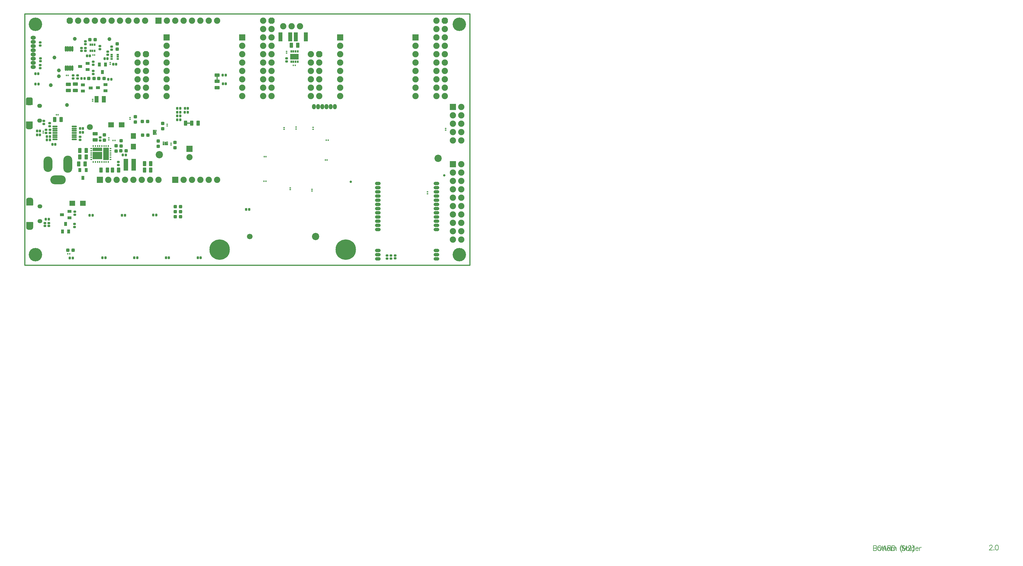
<source format=gbs>
G04 Layer_Color=16711935*
%FSLAX25Y25*%
%MOIN*%
G70*
G01*
G75*
%ADD10C,0.00700*%
%ADD46C,0.00591*%
%ADD48C,0.01200*%
%ADD50C,0.06693*%
G04:AMPARAMS|DCode=137|XSize=62.99mil|YSize=43.31mil|CornerRadius=12.79mil|HoleSize=0mil|Usage=FLASHONLY|Rotation=270.000|XOffset=0mil|YOffset=0mil|HoleType=Round|Shape=RoundedRectangle|*
%AMROUNDEDRECTD137*
21,1,0.06299,0.01772,0,0,270.0*
21,1,0.03740,0.04331,0,0,270.0*
1,1,0.02559,-0.00886,-0.01870*
1,1,0.02559,-0.00886,0.01870*
1,1,0.02559,0.00886,0.01870*
1,1,0.02559,0.00886,-0.01870*
%
%ADD137ROUNDEDRECTD137*%
G04:AMPARAMS|DCode=138|XSize=62.99mil|YSize=43.31mil|CornerRadius=12.79mil|HoleSize=0mil|Usage=FLASHONLY|Rotation=180.000|XOffset=0mil|YOffset=0mil|HoleType=Round|Shape=RoundedRectangle|*
%AMROUNDEDRECTD138*
21,1,0.06299,0.01772,0,0,180.0*
21,1,0.03740,0.04331,0,0,180.0*
1,1,0.02559,-0.01870,0.00886*
1,1,0.02559,0.01870,0.00886*
1,1,0.02559,0.01870,-0.00886*
1,1,0.02559,-0.01870,-0.00886*
%
%ADD138ROUNDEDRECTD138*%
G04:AMPARAMS|DCode=144|XSize=29.53mil|YSize=31.5mil|CornerRadius=9.35mil|HoleSize=0mil|Usage=FLASHONLY|Rotation=180.000|XOffset=0mil|YOffset=0mil|HoleType=Round|Shape=RoundedRectangle|*
%AMROUNDEDRECTD144*
21,1,0.02953,0.01279,0,0,180.0*
21,1,0.01083,0.03150,0,0,180.0*
1,1,0.01870,-0.00541,0.00640*
1,1,0.01870,0.00541,0.00640*
1,1,0.01870,0.00541,-0.00640*
1,1,0.01870,-0.00541,-0.00640*
%
%ADD144ROUNDEDRECTD144*%
G04:AMPARAMS|DCode=145|XSize=29.53mil|YSize=31.5mil|CornerRadius=9.35mil|HoleSize=0mil|Usage=FLASHONLY|Rotation=90.000|XOffset=0mil|YOffset=0mil|HoleType=Round|Shape=RoundedRectangle|*
%AMROUNDEDRECTD145*
21,1,0.02953,0.01279,0,0,90.0*
21,1,0.01083,0.03150,0,0,90.0*
1,1,0.01870,0.00640,0.00541*
1,1,0.01870,0.00640,-0.00541*
1,1,0.01870,-0.00640,-0.00541*
1,1,0.01870,-0.00640,0.00541*
%
%ADD145ROUNDEDRECTD145*%
G04:AMPARAMS|DCode=146|XSize=15.83mil|YSize=16.81mil|CornerRadius=5.21mil|HoleSize=0mil|Usage=FLASHONLY|Rotation=180.000|XOffset=0mil|YOffset=0mil|HoleType=Round|Shape=RoundedRectangle|*
%AMROUNDEDRECTD146*
21,1,0.01583,0.00640,0,0,180.0*
21,1,0.00541,0.01681,0,0,180.0*
1,1,0.01041,-0.00271,0.00320*
1,1,0.01041,0.00271,0.00320*
1,1,0.01041,0.00271,-0.00320*
1,1,0.01041,-0.00271,-0.00320*
%
%ADD146ROUNDEDRECTD146*%
G04:AMPARAMS|DCode=147|XSize=15.83mil|YSize=16.81mil|CornerRadius=5.21mil|HoleSize=0mil|Usage=FLASHONLY|Rotation=90.000|XOffset=0mil|YOffset=0mil|HoleType=Round|Shape=RoundedRectangle|*
%AMROUNDEDRECTD147*
21,1,0.01583,0.00640,0,0,90.0*
21,1,0.00541,0.01681,0,0,90.0*
1,1,0.01041,0.00320,0.00271*
1,1,0.01041,0.00320,-0.00271*
1,1,0.01041,-0.00320,-0.00271*
1,1,0.01041,-0.00320,0.00271*
%
%ADD147ROUNDEDRECTD147*%
G04:AMPARAMS|DCode=150|XSize=43.31mil|YSize=39.37mil|CornerRadius=11.81mil|HoleSize=0mil|Usage=FLASHONLY|Rotation=0.000|XOffset=0mil|YOffset=0mil|HoleType=Round|Shape=RoundedRectangle|*
%AMROUNDEDRECTD150*
21,1,0.04331,0.01575,0,0,0.0*
21,1,0.01968,0.03937,0,0,0.0*
1,1,0.02362,0.00984,-0.00787*
1,1,0.02362,-0.00984,-0.00787*
1,1,0.02362,-0.00984,0.00787*
1,1,0.02362,0.00984,0.00787*
%
%ADD150ROUNDEDRECTD150*%
%ADD153R,0.04724X0.11024*%
%ADD158C,0.16000*%
%ADD159C,0.07480*%
G04:AMPARAMS|DCode=160|XSize=74.8mil|YSize=74.8mil|CornerRadius=0mil|HoleSize=0mil|Usage=FLASHONLY|Rotation=0.000|XOffset=0mil|YOffset=0mil|HoleType=Round|Shape=Octagon|*
%AMOCTAGOND160*
4,1,8,0.03740,-0.01870,0.03740,0.01870,0.01870,0.03740,-0.01870,0.03740,-0.03740,0.01870,-0.03740,-0.01870,-0.01870,-0.03740,0.01870,-0.03740,0.03740,-0.01870,0.0*
%
%ADD160OCTAGOND160*%

%ADD161R,0.07480X0.07480*%
%ADD162C,0.08661*%
%ADD163O,0.06787X0.04189*%
%ADD164C,0.04587*%
%ADD165O,0.06299X0.04724*%
G04:AMPARAMS|DCode=166|XSize=74.8mil|YSize=74.8mil|CornerRadius=0mil|HoleSize=0mil|Usage=FLASHONLY|Rotation=270.000|XOffset=0mil|YOffset=0mil|HoleType=Round|Shape=Octagon|*
%AMOCTAGOND166*
4,1,8,-0.01870,-0.03740,0.01870,-0.03740,0.03740,-0.01870,0.03740,0.01870,0.01870,0.03740,-0.01870,0.03740,-0.03740,0.01870,-0.03740,-0.01870,-0.01870,-0.03740,0.0*
%
%ADD166OCTAGOND166*%

%ADD167C,0.24410*%
%ADD168R,0.07480X0.07480*%
%ADD169O,0.18504X0.10630*%
%ADD170O,0.10630X0.18504*%
%ADD171O,0.10630X0.20472*%
%ADD172C,0.07087*%
G04:AMPARAMS|DCode=173|XSize=90.55mil|YSize=82.68mil|CornerRadius=23.39mil|HoleSize=0mil|Usage=FLASHONLY|Rotation=90.000|XOffset=0mil|YOffset=0mil|HoleType=Round|Shape=RoundedRectangle|*
%AMROUNDEDRECTD173*
21,1,0.09055,0.03591,0,0,90.0*
21,1,0.04378,0.08268,0,0,90.0*
1,1,0.04677,0.01795,0.02189*
1,1,0.04677,0.01795,-0.02189*
1,1,0.04677,-0.01795,-0.02189*
1,1,0.04677,-0.01795,0.02189*
%
%ADD173ROUNDEDRECTD173*%
G04:AMPARAMS|DCode=174|XSize=49.21mil|YSize=57.09mil|CornerRadius=24.61mil|HoleSize=0mil|Usage=FLASHONLY|Rotation=270.000|XOffset=0mil|YOffset=0mil|HoleType=Round|Shape=RoundedRectangle|*
%AMROUNDEDRECTD174*
21,1,0.04921,0.00787,0,0,270.0*
21,1,0.00000,0.05709,0,0,270.0*
1,1,0.04921,-0.00394,0.00000*
1,1,0.04921,-0.00394,0.00000*
1,1,0.04921,0.00394,0.00000*
1,1,0.04921,0.00394,0.00000*
%
%ADD174ROUNDEDRECTD174*%
%ADD175C,0.07387*%
%ADD176R,0.07387X0.07387*%
%ADD177O,0.04724X0.06299*%
%ADD178C,0.02787*%
%ADD179R,0.01700X0.03900*%
%ADD180R,0.05100X0.01400*%
G04:AMPARAMS|DCode=181|XSize=43.31mil|YSize=39.37mil|CornerRadius=11.81mil|HoleSize=0mil|Usage=FLASHONLY|Rotation=270.000|XOffset=0mil|YOffset=0mil|HoleType=Round|Shape=RoundedRectangle|*
%AMROUNDEDRECTD181*
21,1,0.04331,0.01575,0,0,270.0*
21,1,0.01968,0.03937,0,0,270.0*
1,1,0.02362,-0.00787,-0.00984*
1,1,0.02362,-0.00787,0.00984*
1,1,0.02362,0.00787,0.00984*
1,1,0.02362,0.00787,-0.00984*
%
%ADD181ROUNDEDRECTD181*%
%ADD182R,0.04921X0.03347*%
%ADD183O,0.06102X0.02165*%
%ADD184R,0.03347X0.04921*%
%ADD185R,0.02165X0.01496*%
%ADD186R,0.01968X0.04488*%
%ADD187R,0.02165X0.03150*%
%ADD188R,0.10236X0.06890*%
%ADD189R,0.04528X0.02559*%
%ADD190R,0.11646X0.04047*%
%ADD191R,0.06803X0.15071*%
%ADD192R,0.01685X0.02079*%
%ADD193R,0.02079X0.01685*%
%ADD194R,0.11646X0.09165*%
%ADD195R,0.05512X0.14173*%
%ADD196R,0.01496X0.02165*%
%ADD197R,0.04488X0.01968*%
%ADD198O,0.02559X0.06496*%
%ADD199R,0.02874X0.02165*%
%ADD200R,0.02165X0.02874*%
%ADD201R,0.05905X0.06693*%
%ADD202R,0.06693X0.05905*%
G36*
X7482Y80397D02*
X7496Y80397D01*
X7713Y80382D01*
X7733Y80379D01*
X7753Y80377D01*
X7931Y80345D01*
X7942Y80342D01*
X7954Y80340D01*
X8150Y80293D01*
X8153Y80292D01*
X8156Y80292D01*
X8178Y80285D01*
X8200Y80278D01*
X8202Y80277D01*
X8205Y80276D01*
X8362Y80213D01*
X8362Y80213D01*
X8490Y80162D01*
X8494Y80161D01*
X8498Y80159D01*
X8517Y80150D01*
X8537Y80140D01*
X8540Y80138D01*
X8544Y80136D01*
X8713Y80038D01*
X8727Y80028D01*
X8742Y80020D01*
X8888Y79917D01*
X8898Y79909D01*
X8910Y79900D01*
X9060Y79778D01*
X9062Y79776D01*
X9065Y79774D01*
X9081Y79758D01*
X9097Y79743D01*
X9099Y79740D01*
X9102Y79738D01*
X9263Y79561D01*
X9275Y79546D01*
X9287Y79532D01*
X9405Y79374D01*
X9414Y79361D01*
X9424Y79348D01*
X9538Y79167D01*
X9538Y79166D01*
X9539Y79165D01*
X9551Y79143D01*
X9562Y79122D01*
X9563Y79121D01*
X9563Y79119D01*
X9658Y78911D01*
X9658Y78910D01*
X9658Y78909D01*
X9667Y78886D01*
X9676Y78863D01*
X9676Y78862D01*
X9676Y78861D01*
X9779Y78518D01*
X9782Y78506D01*
X9785Y78494D01*
X9787Y78481D01*
X9790Y78468D01*
X9792Y78456D01*
X9793Y78443D01*
X9829Y78073D01*
X9830Y78054D01*
X9831Y78035D01*
Y71736D01*
X9827Y71685D01*
X9817Y71634D01*
X9801Y71585D01*
X9778Y71539D01*
X9749Y71496D01*
X9715Y71457D01*
X9676Y71423D01*
X9634Y71394D01*
X9587Y71372D01*
X9538Y71355D01*
X9488Y71345D01*
X9436Y71342D01*
X1956D01*
X1904Y71345D01*
X1854Y71355D01*
X1805Y71372D01*
X1759Y71394D01*
X1716Y71423D01*
X1677Y71457D01*
X1643Y71496D01*
X1614Y71539D01*
X1591Y71585D01*
X1575Y71634D01*
X1565Y71685D01*
X1561Y71736D01*
Y78035D01*
X1562Y78052D01*
X1563Y78068D01*
X1578Y78257D01*
X1580Y78267D01*
X1581Y78276D01*
X1608Y78485D01*
X1609Y78487D01*
X1609Y78490D01*
X1614Y78513D01*
X1618Y78535D01*
X1619Y78538D01*
X1620Y78540D01*
X1679Y78749D01*
X1684Y78764D01*
X1688Y78779D01*
X1751Y78949D01*
X1759Y78965D01*
X1765Y78981D01*
X1844Y79146D01*
X1856Y79167D01*
X1867Y79188D01*
X1977Y79361D01*
X1987Y79375D01*
X1997Y79389D01*
X2111Y79539D01*
X2119Y79548D01*
X2127Y79558D01*
X2261Y79712D01*
X2267Y79718D01*
X2273Y79725D01*
X2285Y79737D01*
X2297Y79749D01*
X2304Y79754D01*
X2311Y79760D01*
X2452Y79874D01*
X2457Y79878D01*
X2462Y79882D01*
X2608Y79992D01*
X2627Y80005D01*
X2646Y80018D01*
X2808Y80112D01*
X2823Y80120D01*
X2837Y80128D01*
X3003Y80207D01*
X3018Y80212D01*
X3032Y80219D01*
X3197Y80282D01*
X3198Y80282D01*
X3198Y80282D01*
X3221Y80289D01*
X3247Y80297D01*
X3247Y80297D01*
X3247Y80297D01*
X3448Y80345D01*
X3463Y80347D01*
X3478Y80351D01*
X3655Y80378D01*
X3671Y80379D01*
X3686Y80382D01*
X3895Y80397D01*
X3910Y80397D01*
X3924Y80398D01*
X7468D01*
X7482Y80397D01*
D02*
G37*
G36*
X9488Y51655D02*
X9538Y51645D01*
X9587Y51628D01*
X9634Y51605D01*
X9676Y51577D01*
X9715Y51543D01*
X9749Y51504D01*
X9778Y51461D01*
X9801Y51415D01*
X9817Y51366D01*
X9827Y51315D01*
X9831Y51264D01*
Y44965D01*
X9830Y44948D01*
X9829Y44932D01*
X9814Y44743D01*
X9812Y44733D01*
X9812Y44724D01*
X9784Y44515D01*
X9783Y44513D01*
X9783Y44510D01*
X9779Y44487D01*
X9774Y44465D01*
X9773Y44462D01*
X9772Y44460D01*
X9713Y44251D01*
X9708Y44236D01*
X9704Y44221D01*
X9641Y44051D01*
X9634Y44036D01*
X9627Y44019D01*
X9548Y43854D01*
X9537Y43833D01*
X9525Y43812D01*
X9415Y43639D01*
X9405Y43625D01*
X9396Y43611D01*
X9281Y43461D01*
X9273Y43452D01*
X9265Y43442D01*
X9131Y43288D01*
X9125Y43282D01*
X9119Y43275D01*
X9107Y43264D01*
X9095Y43251D01*
X9088Y43246D01*
X9081Y43240D01*
X8940Y43126D01*
X8935Y43122D01*
X8930Y43119D01*
X8784Y43008D01*
X8765Y42995D01*
X8746Y42982D01*
X8584Y42888D01*
X8569Y42880D01*
X8555Y42872D01*
X8389Y42793D01*
X8375Y42788D01*
X8360Y42781D01*
X8195Y42718D01*
X8194Y42718D01*
X8194Y42718D01*
X8171Y42711D01*
X8145Y42703D01*
X8145Y42703D01*
X8145Y42703D01*
X7944Y42655D01*
X7929Y42653D01*
X7914Y42649D01*
X7737Y42622D01*
X7722Y42621D01*
X7706Y42618D01*
X7497Y42603D01*
X7482Y42603D01*
X7468Y42601D01*
X3924D01*
X3910Y42603D01*
X3896Y42603D01*
X3679Y42618D01*
X3659Y42621D01*
X3639Y42623D01*
X3462Y42655D01*
X3450Y42658D01*
X3439Y42660D01*
X3242Y42707D01*
X3239Y42708D01*
X3236Y42708D01*
X3215Y42715D01*
X3193Y42722D01*
X3190Y42723D01*
X3187Y42724D01*
X3030Y42787D01*
X3030Y42787D01*
X2902Y42838D01*
X2898Y42839D01*
X2894Y42841D01*
X2875Y42850D01*
X2855Y42860D01*
X2852Y42862D01*
X2848Y42864D01*
X2679Y42962D01*
X2665Y42972D01*
X2650Y42980D01*
X2505Y43083D01*
X2494Y43091D01*
X2482Y43100D01*
X2332Y43222D01*
X2330Y43224D01*
X2327Y43226D01*
X2311Y43242D01*
X2295Y43257D01*
X2293Y43260D01*
X2290Y43262D01*
X2129Y43439D01*
X2117Y43454D01*
X2105Y43468D01*
X1987Y43626D01*
X1978Y43639D01*
X1969Y43652D01*
X1854Y43833D01*
X1854Y43834D01*
X1853Y43835D01*
X1841Y43857D01*
X1830Y43878D01*
X1829Y43879D01*
X1829Y43881D01*
X1734Y44089D01*
X1734Y44090D01*
X1734Y44091D01*
X1725Y44115D01*
X1716Y44137D01*
X1716Y44138D01*
X1716Y44139D01*
X1613Y44482D01*
X1610Y44494D01*
X1607Y44506D01*
X1605Y44519D01*
X1602Y44532D01*
X1601Y44544D01*
X1599Y44557D01*
X1563Y44927D01*
X1563Y44946D01*
X1561Y44965D01*
Y51264D01*
X1565Y51315D01*
X1575Y51366D01*
X1591Y51415D01*
X1614Y51461D01*
X1643Y51504D01*
X1677Y51543D01*
X1716Y51577D01*
X1759Y51605D01*
X1805Y51628D01*
X1854Y51645D01*
X1904Y51655D01*
X1956Y51658D01*
X9436D01*
X9488Y51655D01*
D02*
G37*
G36*
X7062Y200357D02*
X7077Y200357D01*
X7293Y200341D01*
X7313Y200338D01*
X7334Y200336D01*
X7511Y200304D01*
X7522Y200301D01*
X7534Y200299D01*
X7731Y200252D01*
X7733Y200251D01*
X7736Y200251D01*
X7758Y200244D01*
X7780Y200237D01*
X7782Y200236D01*
X7785Y200235D01*
X7943Y200172D01*
X7943Y200172D01*
X8071Y200121D01*
X8074Y200120D01*
X8078Y200118D01*
X8098Y200109D01*
X8117Y200099D01*
X8121Y200097D01*
X8124Y200095D01*
X8294Y199997D01*
X8308Y199987D01*
X8322Y199979D01*
X8468Y199876D01*
X8479Y199867D01*
X8490Y199859D01*
X8640Y199737D01*
X8642Y199735D01*
X8645Y199733D01*
X8661Y199717D01*
X8678Y199702D01*
X8680Y199699D01*
X8682Y199697D01*
X8844Y199520D01*
X8855Y199505D01*
X8868Y199491D01*
X8986Y199334D01*
X8994Y199320D01*
X9004Y199307D01*
X9118Y199126D01*
X9119Y199125D01*
X9119Y199124D01*
X9131Y199102D01*
X9143Y199081D01*
X9143Y199080D01*
X9144Y199079D01*
X9238Y198870D01*
X9238Y198869D01*
X9239Y198868D01*
X9248Y198845D01*
X9256Y198821D01*
X9257Y198821D01*
X9257Y198820D01*
X9359Y198477D01*
X9362Y198465D01*
X9366Y198453D01*
X9368Y198440D01*
X9371Y198427D01*
X9372Y198415D01*
X9374Y198402D01*
X9409Y198032D01*
X9410Y198013D01*
X9411Y197994D01*
Y191695D01*
X9408Y191644D01*
X9398Y191593D01*
X9381Y191544D01*
X9358Y191498D01*
X9330Y191455D01*
X9296Y191416D01*
X9257Y191382D01*
X9214Y191354D01*
X9167Y191331D01*
X9119Y191314D01*
X9068Y191304D01*
X9016Y191301D01*
X1536D01*
X1485Y191304D01*
X1434Y191314D01*
X1385Y191331D01*
X1339Y191354D01*
X1296Y191382D01*
X1257Y191416D01*
X1223Y191455D01*
X1194Y191498D01*
X1172Y191544D01*
X1155Y191593D01*
X1145Y191644D01*
X1142Y191695D01*
Y197994D01*
X1143Y198011D01*
X1143Y198027D01*
X1159Y198216D01*
X1160Y198226D01*
X1161Y198235D01*
X1188Y198444D01*
X1189Y198446D01*
X1189Y198449D01*
X1194Y198472D01*
X1199Y198494D01*
X1199Y198497D01*
X1200Y198500D01*
X1259Y198708D01*
X1264Y198723D01*
X1269Y198738D01*
X1332Y198908D01*
X1339Y198924D01*
X1345Y198940D01*
X1424Y199105D01*
X1436Y199126D01*
X1447Y199147D01*
X1558Y199320D01*
X1568Y199334D01*
X1577Y199348D01*
X1691Y199498D01*
X1699Y199507D01*
X1707Y199518D01*
X1841Y199671D01*
X1847Y199677D01*
X1853Y199684D01*
X1866Y199696D01*
X1878Y199708D01*
X1885Y199713D01*
X1891Y199719D01*
X2033Y199833D01*
X2038Y199837D01*
X2042Y199841D01*
X2188Y199951D01*
X2207Y199964D01*
X2227Y199977D01*
X2388Y200071D01*
X2403Y200079D01*
X2418Y200087D01*
X2583Y200166D01*
X2598Y200172D01*
X2612Y200178D01*
X2778Y200241D01*
X2778Y200241D01*
X2778Y200241D01*
X2801Y200249D01*
X2827Y200256D01*
X2827Y200256D01*
X2828Y200256D01*
X3029Y200304D01*
X3043Y200306D01*
X3058Y200309D01*
X3235Y200337D01*
X3251Y200339D01*
X3266Y200341D01*
X3475Y200356D01*
X3490Y200357D01*
X3505Y200358D01*
X7048D01*
X7062Y200357D01*
D02*
G37*
G36*
X9068Y171614D02*
X9119Y171604D01*
X9167Y171587D01*
X9214Y171564D01*
X9257Y171536D01*
X9296Y171502D01*
X9330Y171463D01*
X9358Y171420D01*
X9381Y171374D01*
X9398Y171325D01*
X9408Y171274D01*
X9411Y171223D01*
Y164924D01*
X9410Y164907D01*
X9410Y164891D01*
X9394Y164702D01*
X9392Y164692D01*
X9392Y164683D01*
X9364Y164474D01*
X9364Y164472D01*
X9364Y164469D01*
X9359Y164446D01*
X9354Y164424D01*
X9353Y164421D01*
X9353Y164419D01*
X9294Y164210D01*
X9289Y164195D01*
X9284Y164180D01*
X9221Y164010D01*
X9214Y163995D01*
X9207Y163978D01*
X9129Y163813D01*
X9117Y163792D01*
X9105Y163771D01*
X8995Y163598D01*
X8985Y163584D01*
X8976Y163570D01*
X8862Y163420D01*
X8853Y163411D01*
X8845Y163401D01*
X8712Y163247D01*
X8705Y163241D01*
X8700Y163234D01*
X8687Y163223D01*
X8675Y163210D01*
X8668Y163205D01*
X8662Y163199D01*
X8520Y163085D01*
X8515Y163082D01*
X8511Y163077D01*
X8365Y162967D01*
X8345Y162954D01*
X8326Y162941D01*
X8165Y162847D01*
X8150Y162839D01*
X8135Y162831D01*
X7970Y162752D01*
X7955Y162747D01*
X7941Y162740D01*
X7775Y162677D01*
X7775Y162677D01*
X7774Y162677D01*
X7751Y162670D01*
X7726Y162662D01*
X7725Y162662D01*
X7725Y162662D01*
X7524Y162614D01*
X7509Y162612D01*
X7495Y162609D01*
X7317Y162581D01*
X7302Y162580D01*
X7286Y162577D01*
X7078Y162562D01*
X7063Y162562D01*
X7048Y162561D01*
X3505D01*
X3490Y162562D01*
X3476Y162562D01*
X3260Y162577D01*
X3240Y162580D01*
X3219Y162582D01*
X3042Y162614D01*
X3031Y162617D01*
X3019Y162619D01*
X2822Y162666D01*
X2819Y162667D01*
X2817Y162667D01*
X2795Y162674D01*
X2773Y162681D01*
X2770Y162682D01*
X2768Y162683D01*
X2610Y162746D01*
X2610Y162746D01*
X2482Y162797D01*
X2479Y162798D01*
X2475Y162800D01*
X2455Y162810D01*
X2435Y162819D01*
X2432Y162821D01*
X2428Y162823D01*
X2259Y162921D01*
X2245Y162931D01*
X2231Y162939D01*
X2085Y163042D01*
X2074Y163051D01*
X2062Y163059D01*
X1913Y163181D01*
X1910Y163183D01*
X1908Y163185D01*
X1892Y163201D01*
X1875Y163216D01*
X1873Y163219D01*
X1871Y163221D01*
X1709Y163398D01*
X1697Y163413D01*
X1685Y163427D01*
X1567Y163584D01*
X1558Y163598D01*
X1549Y163611D01*
X1435Y163792D01*
X1434Y163793D01*
X1433Y163794D01*
X1422Y163816D01*
X1410Y163837D01*
X1410Y163838D01*
X1409Y163840D01*
X1315Y164048D01*
X1314Y164049D01*
X1314Y164050D01*
X1305Y164074D01*
X1296Y164097D01*
X1296Y164097D01*
X1296Y164098D01*
X1194Y164441D01*
X1191Y164453D01*
X1187Y164465D01*
X1185Y164478D01*
X1182Y164491D01*
X1181Y164504D01*
X1179Y164516D01*
X1144Y164886D01*
X1143Y164905D01*
X1142Y164924D01*
Y171223D01*
X1145Y171274D01*
X1155Y171325D01*
X1172Y171374D01*
X1194Y171420D01*
X1223Y171463D01*
X1257Y171502D01*
X1296Y171536D01*
X1339Y171564D01*
X1385Y171587D01*
X1434Y171604D01*
X1485Y171614D01*
X1536Y171617D01*
X9016D01*
X9068Y171614D01*
D02*
G37*
D10*
X1152281Y-335451D02*
Y-335170D01*
X1152562Y-334607D01*
X1152843Y-334326D01*
X1153405Y-334045D01*
X1154530D01*
X1155092Y-334326D01*
X1155374Y-334607D01*
X1155655Y-335170D01*
Y-335732D01*
X1155374Y-336294D01*
X1154811Y-337138D01*
X1152000Y-339949D01*
X1155936D01*
X1157538Y-339387D02*
X1157257Y-339668D01*
X1157538Y-339949D01*
X1157820Y-339668D01*
X1157538Y-339387D01*
X1160800Y-334045D02*
X1159956Y-334326D01*
X1159394Y-335170D01*
X1159113Y-336575D01*
Y-337419D01*
X1159394Y-338825D01*
X1159956Y-339668D01*
X1160800Y-339949D01*
X1161362D01*
X1162206Y-339668D01*
X1162768Y-338825D01*
X1163049Y-337419D01*
Y-336575D01*
X1162768Y-335170D01*
X1162206Y-334326D01*
X1161362Y-334045D01*
X1160800D01*
X1152281Y-335451D02*
Y-335170D01*
X1152562Y-334607D01*
X1152843Y-334326D01*
X1153405Y-334045D01*
X1154530D01*
X1155092Y-334326D01*
X1155374Y-334607D01*
X1155655Y-335170D01*
Y-335732D01*
X1155374Y-336294D01*
X1154811Y-337138D01*
X1152000Y-339949D01*
X1155936D01*
X1157538Y-339387D02*
X1157257Y-339668D01*
X1157538Y-339949D01*
X1157820Y-339668D01*
X1157538Y-339387D01*
X1160800Y-334045D02*
X1159956Y-334326D01*
X1159394Y-335170D01*
X1159113Y-336575D01*
Y-337419D01*
X1159394Y-338825D01*
X1159956Y-339668D01*
X1160800Y-339949D01*
X1161362D01*
X1162206Y-339668D01*
X1162768Y-338825D01*
X1163049Y-337419D01*
Y-336575D01*
X1162768Y-335170D01*
X1162206Y-334326D01*
X1161362Y-334045D01*
X1160800D01*
D46*
X1013504Y-334745D02*
Y-340649D01*
Y-334745D02*
X1016035D01*
X1016878Y-335026D01*
X1017159Y-335307D01*
X1017441Y-335869D01*
Y-336432D01*
X1017159Y-336994D01*
X1016878Y-337275D01*
X1016035Y-337556D01*
X1013504D02*
X1016035D01*
X1016878Y-337837D01*
X1017159Y-338119D01*
X1017441Y-338681D01*
Y-339524D01*
X1017159Y-340087D01*
X1016878Y-340368D01*
X1016035Y-340649D01*
X1013504D01*
X1020168Y-336713D02*
X1019606Y-336994D01*
X1019043Y-337556D01*
X1018762Y-338400D01*
Y-338962D01*
X1019043Y-339805D01*
X1019606Y-340368D01*
X1020168Y-340649D01*
X1021011D01*
X1021574Y-340368D01*
X1022136Y-339805D01*
X1022417Y-338962D01*
Y-338400D01*
X1022136Y-337556D01*
X1021574Y-336994D01*
X1021011Y-336713D01*
X1020168D01*
X1024554Y-334745D02*
Y-339524D01*
X1024835Y-340368D01*
X1025397Y-340649D01*
X1025960D01*
X1023710Y-336713D02*
X1025678D01*
X1027647Y-334745D02*
Y-339524D01*
X1027928Y-340368D01*
X1028490Y-340649D01*
X1029052D01*
X1026803Y-336713D02*
X1028771D01*
X1031301D02*
X1030739Y-336994D01*
X1030177Y-337556D01*
X1029896Y-338400D01*
Y-338962D01*
X1030177Y-339805D01*
X1030739Y-340368D01*
X1031301Y-340649D01*
X1032145D01*
X1032707Y-340368D01*
X1033270Y-339805D01*
X1033551Y-338962D01*
Y-338400D01*
X1033270Y-337556D01*
X1032707Y-336994D01*
X1032145Y-336713D01*
X1031301D01*
X1034844D02*
Y-340649D01*
Y-337837D02*
X1035688Y-336994D01*
X1036250Y-336713D01*
X1037093D01*
X1037656Y-336994D01*
X1037937Y-337837D01*
Y-340649D01*
Y-337837D02*
X1038780Y-336994D01*
X1039342Y-336713D01*
X1040186D01*
X1040748Y-336994D01*
X1041029Y-337837D01*
Y-340649D01*
X1051460Y-335588D02*
X1050898Y-335026D01*
X1050054Y-334745D01*
X1048930D01*
X1048086Y-335026D01*
X1047524Y-335588D01*
Y-336150D01*
X1047805Y-336713D01*
X1048086Y-336994D01*
X1048649Y-337275D01*
X1050336Y-337837D01*
X1050898Y-338119D01*
X1051179Y-338400D01*
X1051460Y-338962D01*
Y-339805D01*
X1050898Y-340368D01*
X1050054Y-340649D01*
X1048930D01*
X1048086Y-340368D01*
X1047524Y-339805D01*
X1054187Y-336713D02*
X1053625Y-336994D01*
X1053063Y-337556D01*
X1052782Y-338400D01*
Y-338962D01*
X1053063Y-339805D01*
X1053625Y-340368D01*
X1054187Y-340649D01*
X1055031D01*
X1055593Y-340368D01*
X1056156Y-339805D01*
X1056437Y-338962D01*
Y-338400D01*
X1056156Y-337556D01*
X1055593Y-336994D01*
X1055031Y-336713D01*
X1054187D01*
X1057730Y-334745D02*
Y-340649D01*
X1062341Y-334745D02*
Y-340649D01*
Y-337556D02*
X1061779Y-336994D01*
X1061216Y-336713D01*
X1060373D01*
X1059811Y-336994D01*
X1059248Y-337556D01*
X1058967Y-338400D01*
Y-338962D01*
X1059248Y-339805D01*
X1059811Y-340368D01*
X1060373Y-340649D01*
X1061216D01*
X1061779Y-340368D01*
X1062341Y-339805D01*
X1063915Y-338400D02*
X1067289D01*
Y-337837D01*
X1067008Y-337275D01*
X1066727Y-336994D01*
X1066165Y-336713D01*
X1065321D01*
X1064759Y-336994D01*
X1064197Y-337556D01*
X1063915Y-338400D01*
Y-338962D01*
X1064197Y-339805D01*
X1064759Y-340368D01*
X1065321Y-340649D01*
X1066165D01*
X1066727Y-340368D01*
X1067289Y-339805D01*
X1068554Y-336713D02*
Y-340649D01*
Y-338400D02*
X1068836Y-337556D01*
X1069398Y-336994D01*
X1069960Y-336713D01*
X1070804D01*
X1013504Y-334745D02*
Y-340649D01*
Y-334745D02*
X1016035D01*
X1016878Y-335026D01*
X1017159Y-335307D01*
X1017441Y-335869D01*
Y-336432D01*
X1017159Y-336994D01*
X1016878Y-337275D01*
X1016035Y-337556D01*
X1013504D02*
X1016035D01*
X1016878Y-337837D01*
X1017159Y-338119D01*
X1017441Y-338681D01*
Y-339524D01*
X1017159Y-340087D01*
X1016878Y-340368D01*
X1016035Y-340649D01*
X1013504D01*
X1020449Y-334745D02*
X1019887Y-335026D01*
X1019324Y-335588D01*
X1019043Y-336150D01*
X1018762Y-336994D01*
Y-338400D01*
X1019043Y-339243D01*
X1019324Y-339805D01*
X1019887Y-340368D01*
X1020449Y-340649D01*
X1021574D01*
X1022136Y-340368D01*
X1022698Y-339805D01*
X1022979Y-339243D01*
X1023260Y-338400D01*
Y-336994D01*
X1022979Y-336150D01*
X1022698Y-335588D01*
X1022136Y-335026D01*
X1021574Y-334745D01*
X1020449D01*
X1029137Y-340649D02*
X1026887Y-334745D01*
X1024638Y-340649D01*
X1025482Y-338681D02*
X1028293D01*
X1030514Y-334745D02*
Y-340649D01*
Y-334745D02*
X1033045D01*
X1033888Y-335026D01*
X1034169Y-335307D01*
X1034450Y-335869D01*
Y-336432D01*
X1034169Y-336994D01*
X1033888Y-337275D01*
X1033045Y-337556D01*
X1030514D01*
X1032482D02*
X1034450Y-340649D01*
X1035772Y-334745D02*
Y-340649D01*
Y-334745D02*
X1037740D01*
X1038583Y-335026D01*
X1039146Y-335588D01*
X1039427Y-336150D01*
X1039708Y-336994D01*
Y-338400D01*
X1039427Y-339243D01*
X1039146Y-339805D01*
X1038583Y-340368D01*
X1037740Y-340649D01*
X1035772D01*
X1047637Y-333620D02*
X1047074Y-334182D01*
X1046512Y-335026D01*
X1045950Y-336150D01*
X1045669Y-337556D01*
Y-338681D01*
X1045950Y-340087D01*
X1046512Y-341211D01*
X1047074Y-342055D01*
X1047637Y-342617D01*
X1047074Y-334182D02*
X1046512Y-335307D01*
X1046231Y-336150D01*
X1045950Y-337556D01*
Y-338681D01*
X1046231Y-340087D01*
X1046512Y-340930D01*
X1047074Y-342055D01*
X1048761Y-334745D02*
Y-340649D01*
Y-334745D02*
X1051010Y-340649D01*
X1053260Y-334745D02*
X1051010Y-340649D01*
X1053260Y-334745D02*
Y-340649D01*
X1055228Y-336150D02*
Y-335869D01*
X1055509Y-335307D01*
X1055790Y-335026D01*
X1056352Y-334745D01*
X1057477D01*
X1058039Y-335026D01*
X1058320Y-335307D01*
X1058602Y-335869D01*
Y-336432D01*
X1058320Y-336994D01*
X1057758Y-337837D01*
X1054947Y-340649D01*
X1058883D01*
X1060204Y-333620D02*
X1060767Y-334182D01*
X1061329Y-335026D01*
X1061891Y-336150D01*
X1062172Y-337556D01*
Y-338681D01*
X1061891Y-340087D01*
X1061329Y-341211D01*
X1060767Y-342055D01*
X1060204Y-342617D01*
X1060767Y-334182D02*
X1061329Y-335307D01*
X1061610Y-336150D01*
X1061891Y-337556D01*
Y-338681D01*
X1061610Y-340087D01*
X1061329Y-340930D01*
X1060767Y-342055D01*
D48*
X531500Y0D02*
Y300000D01*
X0D02*
X531500D01*
X0Y0D02*
Y300000D01*
Y0D02*
X531500D01*
D50*
X268603Y34332D02*
D03*
D137*
X112040Y113800D02*
D03*
X104560D02*
D03*
X71840Y121100D02*
D03*
X64360D02*
D03*
X35760Y174000D02*
D03*
X43240D02*
D03*
X318456Y262556D02*
D03*
X325936D02*
D03*
X91060Y113800D02*
D03*
X98540D02*
D03*
X65660Y129300D02*
D03*
X73140D02*
D03*
X65760Y136900D02*
D03*
X73240D02*
D03*
X199420Y169600D02*
D03*
X206900D02*
D03*
X191900D02*
D03*
X199380D02*
D03*
X150340Y113600D02*
D03*
X142860D02*
D03*
X150280Y121400D02*
D03*
X142800D02*
D03*
D138*
X83900Y157080D02*
D03*
Y149600D02*
D03*
X60300Y216240D02*
D03*
Y208760D02*
D03*
X51800Y216140D02*
D03*
Y208660D02*
D03*
X229600Y227040D02*
D03*
Y219560D02*
D03*
X229700Y219640D02*
D03*
Y212160D02*
D03*
D144*
X96172Y8900D02*
D03*
X92628D02*
D03*
X77743Y250000D02*
D03*
X74200D02*
D03*
X103272Y222100D02*
D03*
X99728D02*
D03*
X18072Y160300D02*
D03*
X14528D02*
D03*
Y155700D02*
D03*
X18072D02*
D03*
X32800Y144400D02*
D03*
X36343D02*
D03*
X26357Y149600D02*
D03*
X29900D02*
D03*
X185643Y187200D02*
D03*
X182100D02*
D03*
X185643Y182700D02*
D03*
X182100D02*
D03*
X185643Y173700D02*
D03*
X182100D02*
D03*
X185643Y178200D02*
D03*
X182100D02*
D03*
X156843Y60100D02*
D03*
X153300D02*
D03*
X119572Y59600D02*
D03*
X116028D02*
D03*
X57200Y8700D02*
D03*
X53657D02*
D03*
X24924Y55000D02*
D03*
X28468D02*
D03*
X80943Y59500D02*
D03*
X77400D02*
D03*
X264457Y66600D02*
D03*
X268000D02*
D03*
X134172Y9000D02*
D03*
X130628D02*
D03*
X65800Y163400D02*
D03*
X69343D02*
D03*
X69372Y158700D02*
D03*
X65828D02*
D03*
X29800Y153600D02*
D03*
X26257D02*
D03*
X120543Y131500D02*
D03*
X117000D02*
D03*
X16200Y216400D02*
D03*
X12657D02*
D03*
X16100Y228800D02*
D03*
X12557D02*
D03*
X105528Y240100D02*
D03*
X109072D02*
D03*
X98772Y246600D02*
D03*
X95228D02*
D03*
X71143Y223000D02*
D03*
X67600D02*
D03*
X236328Y226900D02*
D03*
X239872D02*
D03*
X236500Y216700D02*
D03*
X240043D02*
D03*
X194672Y182700D02*
D03*
X191128D02*
D03*
X194700Y187200D02*
D03*
X191157D02*
D03*
X172072Y9100D02*
D03*
X168528D02*
D03*
X210072Y8900D02*
D03*
X206528D02*
D03*
D145*
X72300Y267472D02*
D03*
Y263928D02*
D03*
X22700Y172300D02*
D03*
Y168757D02*
D03*
X28500Y46900D02*
D03*
Y50443D02*
D03*
X59300Y49172D02*
D03*
Y45628D02*
D03*
X23800Y46900D02*
D03*
Y50443D02*
D03*
X59500Y63972D02*
D03*
Y60428D02*
D03*
X25300Y158028D02*
D03*
Y161572D02*
D03*
X29500Y169700D02*
D03*
Y166157D02*
D03*
X29800Y161572D02*
D03*
Y158028D02*
D03*
X65900Y153372D02*
D03*
Y149828D02*
D03*
X67600Y255928D02*
D03*
Y259472D02*
D03*
X72300Y259443D02*
D03*
Y255900D02*
D03*
X98800Y254943D02*
D03*
Y251400D02*
D03*
X442200Y11772D02*
D03*
Y8228D02*
D03*
X312496Y243356D02*
D03*
Y246899D02*
D03*
X90000Y149000D02*
D03*
Y152543D02*
D03*
X111700Y119728D02*
D03*
Y123272D02*
D03*
X18400Y265872D02*
D03*
Y262328D02*
D03*
X18500Y247100D02*
D03*
Y243557D02*
D03*
X18400Y235428D02*
D03*
Y238972D02*
D03*
X103600Y261000D02*
D03*
Y257457D02*
D03*
X89500Y257957D02*
D03*
Y261500D02*
D03*
X81700Y239428D02*
D03*
Y242972D02*
D03*
X432600Y8128D02*
D03*
Y11672D02*
D03*
X437400D02*
D03*
Y8128D02*
D03*
X57600Y226672D02*
D03*
Y223128D02*
D03*
X62800Y226643D02*
D03*
Y223100D02*
D03*
X81700Y232000D02*
D03*
Y228457D02*
D03*
D146*
X361000Y125600D02*
D03*
X358933D02*
D03*
X37567Y179800D02*
D03*
X39634D02*
D03*
X83300Y251100D02*
D03*
X81233D02*
D03*
X362134Y149200D02*
D03*
X360067D02*
D03*
X285966Y129600D02*
D03*
X288034D02*
D03*
X285767Y100400D02*
D03*
X287833D02*
D03*
X105438Y149000D02*
D03*
X107505D02*
D03*
X320766Y238500D02*
D03*
X322833D02*
D03*
X51400Y13600D02*
D03*
X53467D02*
D03*
X49495Y226600D02*
D03*
X51562D02*
D03*
D147*
X21800Y157966D02*
D03*
Y160034D02*
D03*
X101900Y242067D02*
D03*
Y240000D02*
D03*
X81100Y198134D02*
D03*
Y196066D02*
D03*
X323900Y164833D02*
D03*
Y162767D02*
D03*
X309500Y164367D02*
D03*
Y162300D02*
D03*
X316900Y90367D02*
D03*
Y92434D02*
D03*
X343100Y88566D02*
D03*
Y90633D02*
D03*
X344400Y164533D02*
D03*
Y162467D02*
D03*
X174700Y145633D02*
D03*
Y143567D02*
D03*
X170100Y168234D02*
D03*
Y166166D02*
D03*
X125700Y176233D02*
D03*
Y174167D02*
D03*
X100200Y151833D02*
D03*
Y149767D02*
D03*
X312500Y255234D02*
D03*
Y253167D02*
D03*
X502600Y163233D02*
D03*
Y161167D02*
D03*
X481000Y87500D02*
D03*
Y85433D02*
D03*
D150*
X159300Y142050D02*
D03*
Y148350D02*
D03*
X164600Y163050D02*
D03*
Y169350D02*
D03*
X131800Y170950D02*
D03*
Y177250D02*
D03*
X109100Y142650D02*
D03*
Y136350D02*
D03*
X114800Y142300D02*
D03*
Y148599D02*
D03*
X95100Y155699D02*
D03*
Y149400D02*
D03*
X110300Y258001D02*
D03*
Y264300D02*
D03*
X179200Y140450D02*
D03*
Y146750D02*
D03*
D153*
X335602Y272556D02*
D03*
X323791D02*
D03*
X317102D02*
D03*
X305291D02*
D03*
D158*
X519000Y287500D02*
D03*
X12500D02*
D03*
Y12500D02*
D03*
X518996D02*
D03*
D159*
X143500Y292000D02*
D03*
X133500D02*
D03*
X123500D02*
D03*
X113500D02*
D03*
X83500D02*
D03*
X73500D02*
D03*
X63500D02*
D03*
X93500D02*
D03*
X103500D02*
D03*
X229500D02*
D03*
X219500D02*
D03*
X189500D02*
D03*
X179500D02*
D03*
X169500D02*
D03*
X199500D02*
D03*
X209500D02*
D03*
X159500Y102000D02*
D03*
X149500D02*
D03*
X119500D02*
D03*
X109500D02*
D03*
X99500D02*
D03*
X129500D02*
D03*
X139500D02*
D03*
X229500D02*
D03*
X199500D02*
D03*
X209500D02*
D03*
X219500D02*
D03*
X189500D02*
D03*
X308600Y285200D02*
D03*
X318600D02*
D03*
X328600D02*
D03*
X294500Y202000D02*
D03*
X284500D02*
D03*
X294500Y212000D02*
D03*
X284500D02*
D03*
Y282000D02*
D03*
X294500D02*
D03*
X284500Y292000D02*
D03*
X294500Y272000D02*
D03*
X284500D02*
D03*
Y242000D02*
D03*
X294500D02*
D03*
X284500Y252000D02*
D03*
X294500D02*
D03*
X284500Y262000D02*
D03*
X294500D02*
D03*
Y232000D02*
D03*
X284500Y222000D02*
D03*
X294500D02*
D03*
X284500Y232000D02*
D03*
X134500Y242000D02*
D03*
X144500D02*
D03*
X134500Y252000D02*
D03*
X144500Y232000D02*
D03*
X134500D02*
D03*
Y202000D02*
D03*
X144500D02*
D03*
X134500Y212000D02*
D03*
X144500D02*
D03*
X134500Y222000D02*
D03*
X144500D02*
D03*
X501500Y202000D02*
D03*
X491500D02*
D03*
X501500Y212000D02*
D03*
X491500D02*
D03*
Y282000D02*
D03*
X501500D02*
D03*
X491500Y292000D02*
D03*
X501500Y272000D02*
D03*
X491500D02*
D03*
Y242000D02*
D03*
X501500D02*
D03*
X491500Y252000D02*
D03*
X501500D02*
D03*
X491500Y262000D02*
D03*
X501500D02*
D03*
Y232000D02*
D03*
X491500Y222000D02*
D03*
X501500D02*
D03*
X491500Y232000D02*
D03*
X341500Y242000D02*
D03*
X351500D02*
D03*
X341500Y252000D02*
D03*
X351500Y232000D02*
D03*
X341500D02*
D03*
Y202000D02*
D03*
X351500D02*
D03*
X341500Y212000D02*
D03*
X351500D02*
D03*
X341500Y222000D02*
D03*
X351500D02*
D03*
X511200Y30500D02*
D03*
X521200D02*
D03*
X511200Y40500D02*
D03*
Y50500D02*
D03*
Y60500D02*
D03*
Y70500D02*
D03*
Y80500D02*
D03*
Y90500D02*
D03*
Y100500D02*
D03*
Y110500D02*
D03*
X521200Y40500D02*
D03*
Y50500D02*
D03*
Y60500D02*
D03*
Y70500D02*
D03*
Y80500D02*
D03*
Y90500D02*
D03*
Y100500D02*
D03*
Y110500D02*
D03*
Y120500D02*
D03*
Y149000D02*
D03*
X511200D02*
D03*
X521200Y159000D02*
D03*
X511200D02*
D03*
X521200Y179000D02*
D03*
X511200D02*
D03*
X521200Y189000D02*
D03*
X511200Y169000D02*
D03*
X521200D02*
D03*
X169200Y202000D02*
D03*
Y212000D02*
D03*
Y242000D02*
D03*
Y252000D02*
D03*
Y262000D02*
D03*
Y232000D02*
D03*
Y222000D02*
D03*
X259500Y202000D02*
D03*
Y212000D02*
D03*
Y242000D02*
D03*
Y252000D02*
D03*
Y262000D02*
D03*
Y232000D02*
D03*
Y222000D02*
D03*
X376500Y202000D02*
D03*
Y212000D02*
D03*
Y242000D02*
D03*
Y252000D02*
D03*
Y262000D02*
D03*
Y232000D02*
D03*
Y222000D02*
D03*
X466500Y202000D02*
D03*
Y212000D02*
D03*
Y242000D02*
D03*
Y252000D02*
D03*
Y262000D02*
D03*
Y232000D02*
D03*
Y222000D02*
D03*
D160*
X53500Y292000D02*
D03*
D161*
X159500D02*
D03*
X89500Y102000D02*
D03*
X179500D02*
D03*
D162*
X493600Y127800D02*
D03*
X347343Y34332D02*
D03*
X160500Y132100D02*
D03*
D163*
X491496Y97500D02*
D03*
Y92500D02*
D03*
Y87500D02*
D03*
Y82500D02*
D03*
Y77500D02*
D03*
Y72500D02*
D03*
Y52500D02*
D03*
Y47500D02*
D03*
Y42500D02*
D03*
Y62500D02*
D03*
Y57500D02*
D03*
Y67500D02*
D03*
X421496Y97500D02*
D03*
Y92500D02*
D03*
Y87500D02*
D03*
Y82500D02*
D03*
Y77500D02*
D03*
Y72500D02*
D03*
Y52500D02*
D03*
Y47500D02*
D03*
Y42500D02*
D03*
Y62500D02*
D03*
Y57500D02*
D03*
Y67500D02*
D03*
Y17500D02*
D03*
Y12500D02*
D03*
Y7500D02*
D03*
X491496Y17500D02*
D03*
Y12500D02*
D03*
Y7500D02*
D03*
D164*
X101100Y270000D02*
D03*
X50400Y191400D02*
D03*
X30800Y215100D02*
D03*
X35300Y247900D02*
D03*
X40600Y225800D02*
D03*
Y232800D02*
D03*
X59600Y270300D02*
D03*
D165*
X10000Y236600D02*
D03*
Y241600D02*
D03*
Y256600D02*
D03*
Y261600D02*
D03*
Y271600D02*
D03*
Y266600D02*
D03*
Y251600D02*
D03*
Y246600D02*
D03*
D166*
X294500Y292000D02*
D03*
X144500Y252000D02*
D03*
X501500Y292000D02*
D03*
X351500Y252000D02*
D03*
D167*
X383396Y18700D02*
D03*
X232496D02*
D03*
D168*
X511200Y120500D02*
D03*
Y189000D02*
D03*
X169200Y272000D02*
D03*
X259500D02*
D03*
X376500D02*
D03*
X466500D02*
D03*
D169*
X39500Y102000D02*
D03*
D170*
X27689Y120504D02*
D03*
D171*
X51311D02*
D03*
D172*
X77500Y165000D02*
D03*
D173*
X5696Y75870D02*
D03*
Y47130D02*
D03*
X5276Y167089D02*
D03*
Y195829D02*
D03*
D174*
X17999Y52740D02*
D03*
Y70260D02*
D03*
X17580Y190219D02*
D03*
Y172699D02*
D03*
D175*
X196500Y129000D02*
D03*
D176*
Y139000D02*
D03*
D177*
X355400Y189300D02*
D03*
X360400D02*
D03*
X370400D02*
D03*
X365400D02*
D03*
X350400D02*
D03*
X345400D02*
D03*
D178*
X389200Y99500D02*
D03*
X500800Y107300D02*
D03*
D179*
X229550Y222950D02*
D03*
D180*
X195150Y169600D02*
D03*
D181*
X57700Y17900D02*
D03*
X51401D02*
D03*
X140550Y155300D02*
D03*
X146850D02*
D03*
X77750Y269400D02*
D03*
X84050D02*
D03*
X179750Y57900D02*
D03*
X186050D02*
D03*
X179750Y63900D02*
D03*
X186050D02*
D03*
X179750Y70000D02*
D03*
X186050D02*
D03*
X140250Y171500D02*
D03*
X146550D02*
D03*
X114750Y136700D02*
D03*
X121050D02*
D03*
X82750Y223000D02*
D03*
X76450D02*
D03*
X94550D02*
D03*
X88250D02*
D03*
D182*
X74855Y233560D02*
D03*
Y241040D02*
D03*
X65800Y237300D02*
D03*
X53200Y56700D02*
D03*
Y64180D02*
D03*
X44145Y60440D02*
D03*
X96400Y208300D02*
D03*
Y215780D02*
D03*
X87345Y212040D02*
D03*
X69445Y215340D02*
D03*
Y207860D02*
D03*
X78500Y211600D02*
D03*
D183*
X59100Y165654D02*
D03*
Y163095D02*
D03*
Y160536D02*
D03*
Y157977D02*
D03*
Y155418D02*
D03*
Y152859D02*
D03*
Y150300D02*
D03*
X35872Y165654D02*
D03*
Y163095D02*
D03*
Y160536D02*
D03*
Y157977D02*
D03*
Y155418D02*
D03*
Y152859D02*
D03*
Y150300D02*
D03*
D184*
X73180Y113500D02*
D03*
X65700D02*
D03*
X69440Y104445D02*
D03*
X44960Y40345D02*
D03*
X52440D02*
D03*
X48700Y49400D02*
D03*
X96340Y239555D02*
D03*
X88860D02*
D03*
X92600Y230500D02*
D03*
D185*
X169900Y147050D02*
D03*
Y145475D02*
D03*
Y143900D02*
D03*
X165766D02*
D03*
Y145475D02*
D03*
Y147050D02*
D03*
D186*
X167833Y145475D02*
D03*
D187*
X325873Y243051D02*
D03*
X323314D02*
D03*
X320755D02*
D03*
X318196D02*
D03*
X318196Y255256D02*
D03*
X320755D02*
D03*
X323314D02*
D03*
X325873D02*
D03*
D188*
X322035Y249153D02*
D03*
D189*
X85539Y198141D02*
D03*
X94200Y200700D02*
D03*
Y198141D02*
D03*
Y195582D02*
D03*
X85539D02*
D03*
Y200700D02*
D03*
D190*
X86724Y138350D02*
D03*
D191*
X96822Y132839D02*
D03*
D192*
X99676Y123291D02*
D03*
X97117D02*
D03*
X94558D02*
D03*
X91999D02*
D03*
X89440D02*
D03*
X86881D02*
D03*
X84322D02*
D03*
X81763D02*
D03*
Y142386D02*
D03*
X84322D02*
D03*
X86881D02*
D03*
X89440D02*
D03*
X91999D02*
D03*
X94558D02*
D03*
X97117D02*
D03*
X99676D02*
D03*
D193*
X79204Y126441D02*
D03*
Y129000D02*
D03*
Y131559D02*
D03*
Y134118D02*
D03*
Y136677D02*
D03*
Y139236D02*
D03*
X102235D02*
D03*
Y136677D02*
D03*
Y134118D02*
D03*
Y131559D02*
D03*
Y129000D02*
D03*
Y126441D02*
D03*
D194*
X86724Y130870D02*
D03*
D195*
X129928Y120000D02*
D03*
X120480D02*
D03*
D196*
X153525Y160667D02*
D03*
X155100D02*
D03*
X156675D02*
D03*
Y156533D02*
D03*
X155100D02*
D03*
X153525D02*
D03*
D197*
X155100Y158600D02*
D03*
D198*
X48900Y258428D02*
D03*
X51459D02*
D03*
X54018D02*
D03*
X56577D02*
D03*
X48900Y235200D02*
D03*
X51459D02*
D03*
X54018D02*
D03*
X56577D02*
D03*
D199*
X110980Y248859D02*
D03*
Y251418D02*
D03*
X103500D02*
D03*
Y248859D02*
D03*
Y246300D02*
D03*
X110980D02*
D03*
D200*
X80700Y263440D02*
D03*
X78141D02*
D03*
Y255960D02*
D03*
X80700D02*
D03*
X83259D02*
D03*
Y263440D02*
D03*
D201*
X129600Y141801D02*
D03*
Y154399D02*
D03*
D202*
X56602Y73900D02*
D03*
X69200D02*
D03*
X103102Y167700D02*
D03*
X115700D02*
D03*
M02*

</source>
